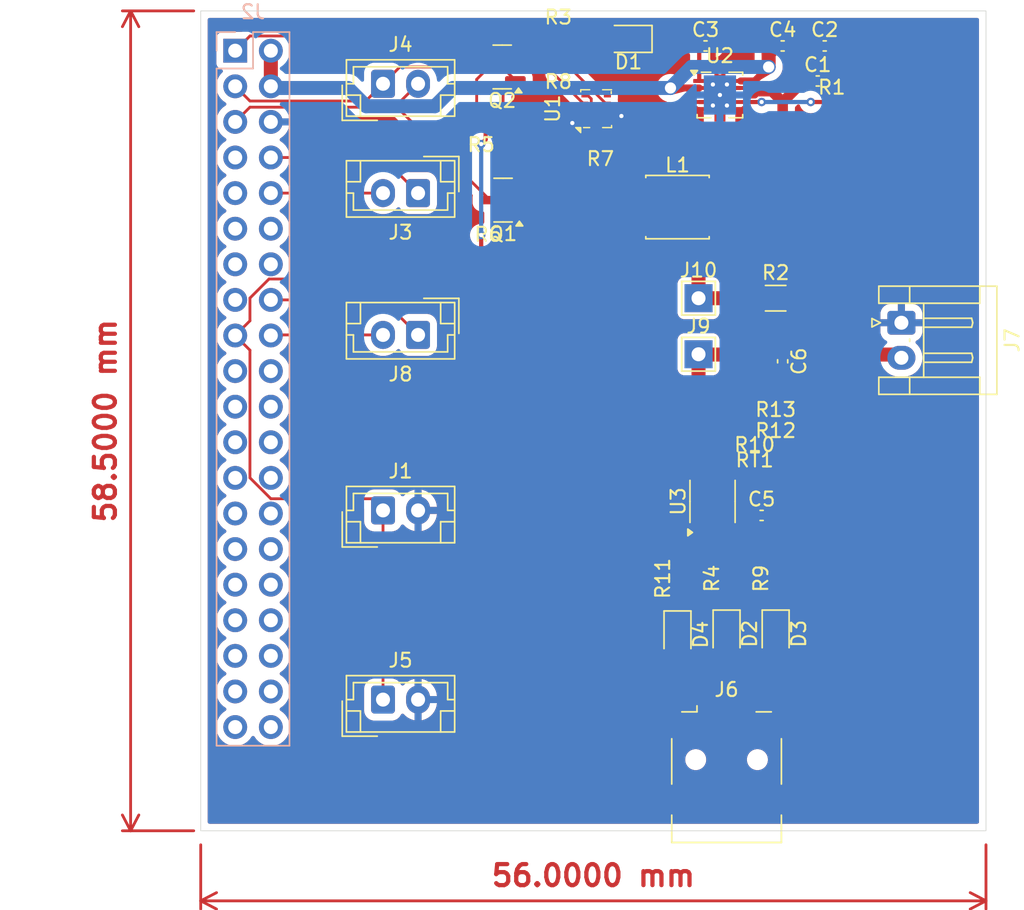
<source format=kicad_pcb>
(kicad_pcb (version 20240108) (generator "pcbnew") (generator_version "8.0")
  (layers (0 "F.Cu" signal) (31 "B.Cu" signal) (34 "B.Paste" user) (35 "F.Paste" user) (36 "B.SilkS" user "B.Silkscreen") (37 "F.SilkS" user "F.Silkscreen") (38 "B.Mask" user) (39 "F.Mask" user) (44 "Edge.Cuts" user))
  (net 0 "")
  (net 1 "Net-(U2-UVLO)")
  (net 2 "GND")
  (net 3 "Net-(U2-VAUX)")
  (net 4 "5V")
  (net 5 "VDD")
  (net 6 "Net-(D1-A)")
  (net 7 "Net-(D2-K)")
  (net 8 "Net-(D3-K)")
  (net 9 "Net-(D4-K)")
  (net 10 "VCC")
  (net 17 "/TXD")
  (net 23 "/SDI{slash}SDA")
  (net 27 "/SCK{slash}SCL")
  (net 28 "3.3V")
  (net 33 "/SEL1")
  (net 37 "/SEL2")
  (net 41 "/RXD")
  (net 50 "Net-(U2-L)")
  (net 51 "/SCK_3V")
  (net 52 "/SDI_3V")
  (net 53 "Net-(U3-STAT1)")
  (net 54 "Net-(U3-STAT2)")
  (net 55 "Net-(U3-PROG)")
  (net 56 "Net-(U3-~{PG})")
  (net 57 "Net-(R12-Pad1)")
  (net 58 "Net-(U3-THERM)")
  (net 61 "/BATT_IN_1")
  (net 62 "/BATT_IN_2")
  (footprint "Connector_USB:USB_Mini-B_Lumberg_2486_01_Horizontal" (layer "F.Cu") (at 127.5 119.925)
    (property "Reference" "J6" (at 0 -5 0) (layer "F.SilkS"))
    (property "Value" "USB_B_Mini")
    (pad "" np_thru_hole circle (at -2.2 0) (size 1 1) (drill 1) (layers "*.Cu" "*.Mask"))
    (pad "" np_thru_hole circle (at 2.2 0) (size 1 1) (drill 1) (layers "*.Cu" "*.Mask"))
    (pad "1" smd rect (at -1.6 -2.7) (size 0.5 2) (layers "F.Cu" "F.Paste" "F.Mask") (net 5 "VDD"))
    (pad "2" smd rect (at -0.8 -2.7) (size 0.5 2) (layers "F.Cu" "F.Paste" "F.Mask"))
    (pad "3" smd rect (at 0 -2.7) (size 0.5 2) (layers "F.Cu" "F.Paste" "F.Mask"))
    (pad "4" smd rect (at 0.8 -2.7) (size 0.5 2) (layers "F.Cu" "F.Paste" "F.Mask"))
    (pad "5" smd rect (at 1.6 -2.7) (size 0.5 2) (layers "F.Cu" "F.Paste" "F.Mask") (net 2 "GND"))
    (pad "6" smd rect (at -4.45 -2.6) (size 2 1.7) (layers "F.Cu" "F.Paste" "F.Mask") (net 2 "GND"))
    (pad "6" smd rect (at -4.45 2.85) (size 2 1.7) (layers "F.Cu" "F.Paste" "F.Mask") (net 2 "GND"))
    (pad "6" smd rect (at 4.45 -2.6) (size 2 1.7) (layers "F.Cu" "F.Paste" "F.Mask") (net 2 "GND"))
    (pad "6" smd rect (at 4.45 2.85) (size 2 1.7) (layers "F.Cu" "F.Paste" "F.Mask") (net 2 "GND"))
  )
  (footprint "LED_SMD:LED_0805_2012Metric" (layer "F.Cu") (at 120.5 68.5 180)
    (property "Reference" "D1" (at 0 -1.65 180) (layer "F.SilkS"))
    (property "Value" "GREEN")
    (pad "1" smd roundrect (at -0.9375 0 180) (size 0.975 1.4) (layers "F.Cu" "F.Paste" "F.Mask") (net 2 "GND"))
    (pad "2" smd roundrect (at 0.9375 0 180) (size 0.975 1.4) (layers "F.Cu" "F.Paste" "F.Mask") (net 6 "Net-(D1-A)"))
  )
  (footprint "Connector_JST:JST_EH_S2B-EH_1x02_P2.50mm_Horizontal" (layer "F.Cu") (at 139.9675 88.75 -90)
    (property "Reference" "J7" (at 1.25 -7.9 90) (layer "F.SilkS"))
    (property "Value" "BATT_IN_JST")
    (pad "1" thru_hole roundrect (at 0 0 270) (size 1.7 2) (drill 1) (layers "*.Cu" "*.Mask") (roundrect_rratio 0.147059) (net 2 "GND"))
    (pad "2" thru_hole oval (at 2.5 0 270) (size 1.7 2) (drill 1) (layers "*.Cu" "*.Mask") (net 62 "/BATT_IN_2"))
  )
  (footprint "Connector_JST:JST_EH_B2B-EH-A_1x02_P2.50mm_Vertical" (layer "F.Cu") (at 103 102.14)
    (property "Reference" "J1" (at 1.25 -2.8 0) (layer "F.SilkS"))
    (property "Value" "Conn_01x02")
    (pad "1" thru_hole roundrect (at 0 0) (size 1.7 2) (drill 1) (layers "*.Cu" "*.Mask") (roundrect_rratio 0.147059) (net 10 "VCC"))
    (pad "2" thru_hole oval (at 2.5 0) (size 1.7 2) (drill 1) (layers "*.Cu" "*.Mask") (net 2 "GND"))
  )
  (footprint "Inductor_SMD:L_Changjiang_FNR4020S" (layer "F.Cu") (at 124 80.5)
    (property "Reference" "L1" (at 0 -3 0) (layer "F.SilkS"))
    (property "Value" "4.7uH")
    (pad "1" smd rect (at -1.5 0) (size 1.1 3.7) (layers "F.Cu" "F.Paste" "F.Mask") (net 50 "Net-(U2-L)"))
    (pad "2" smd rect (at 1.5 0) (size 1.1 3.7) (layers "F.Cu" "F.Paste" "F.Mask") (net 61 "/BATT_IN_1"))
  )
  (footprint "Package_TO_SOT_SMD:SOT-23" (layer "F.Cu") (at 111.5 70.5 180)
    (property "Reference" "Q2" (at 0 -2.4 180) (layer "F.SilkS"))
    (property "Value" "BSS138")
    (pad "1" smd roundrect (at -0.9375 -0.95 180) (size 1.475 0.6) (layers "F.Cu" "F.Paste" "F.Mask") (net 28 "3.3V"))
    (pad "2" smd roundrect (at -0.9375 0.95 180) (size 1.475 0.6) (layers "F.Cu" "F.Paste" "F.Mask") (net 52 "/SDI_3V"))
    (pad "3" smd roundrect (at 0.9375 0 180) (size 1.475 0.6) (layers "F.Cu" "F.Paste" "F.Mask") (net 23 "/SDI{slash}SDA"))
  )
  (footprint "Resistor_SMD:R_0201_0603Metric" (layer "F.Cu") (at 129.5 98.5)
    (property "Reference" "R10" (at 0 -1.05 0) (layer "F.SilkS"))
    (property "Value" "2K")
    (pad "1" smd roundrect (at -0.32 0) (size 0.46 0.4) (layers "F.Cu" "F.Mask") (net 55 "Net-(U3-PROG)"))
    (pad "2" smd roundrect (at 0.32 0) (size 0.46 0.4) (layers "F.Cu" "F.Mask") (net 2 "GND"))
  )
  (footprint "TestPoint:TestPoint_THTPad_2.0x2.0mm_Drill1.0mm" (layer "F.Cu") (at 125.5 91)
    (property "Reference" "J9" (at 0 -1.998 0) (layer "F.SilkS"))
    (property "Value" "Conn_01x01_Socket")
    (pad "1" thru_hole rect (at 0 0) (size 2 2) (drill 1) (layers "*.Cu" "*.Mask") (net 62 "/BATT_IN_2"))
  )
  (footprint "LED_SMD:LED_0805_2012Metric" (layer "F.Cu") (at 127.5 110.9375 -90)
    (property "Reference" "D2" (at 0 -1.65 90) (layer "F.SilkS"))
    (property "Value" "ORANGE")
    (pad "1" smd roundrect (at -0.9375 0 270) (size 0.975 1.4) (layers "F.Cu" "F.Paste" "F.Mask") (net 7 "Net-(D2-K)"))
    (pad "2" smd roundrect (at 0.9375 0 270) (size 0.975 1.4) (layers "F.Cu" "F.Paste" "F.Mask") (net 5 "VDD"))
  )
  (footprint "TestPoint:TestPoint_THTPad_2.0x2.0mm_Drill1.0mm" (layer "F.Cu") (at 125.5 87)
    (property "Reference" "J10" (at 0 -1.998 0) (layer "F.SilkS"))
    (property "Value" "Conn_01x01_Socket")
    (pad "1" thru_hole rect (at 0 0) (size 2 2) (drill 1) (layers "*.Cu" "*.Mask") (net 61 "/BATT_IN_1"))
  )
  (footprint "Resistor_SMD:R_0201_0603Metric" (layer "F.Cu") (at 110 75 180)
    (property "Reference" "R5" (at 0 -1.05 180) (layer "F.SilkS"))
    (property "Value" "10K")
    (pad "1" smd roundrect (at -0.32 0 180) (size 0.46 0.4) (layers "F.Cu" "F.Mask") (net 10 "VCC"))
    (pad "2" smd roundrect (at 0.32 0 180) (size 0.46 0.4) (layers "F.Cu" "F.Mask") (net 23 "/SDI{slash}SDA"))
  )
  (footprint "LED_SMD:LED_0805_2012Metric" (layer "F.Cu") (at 131 110.9375 -90)
    (property "Reference" "D3" (at 0 -1.65 90) (layer "F.SilkS"))
    (property "Value" "GREEN")
    (pad "1" smd roundrect (at -0.9375 0 270) (size 0.975 1.4) (layers "F.Cu" "F.Paste" "F.Mask") (net 8 "Net-(D3-K)"))
    (pad "2" smd roundrect (at 0.9375 0 270) (size 0.975 1.4) (layers "F.Cu" "F.Paste" "F.Mask") (net 5 "VDD"))
  )
  (footprint "Resistor_SMD:R_0201_0603Metric" (layer "F.Cu") (at 135 73)
    (property "Reference" "R1" (at 0 -1.05 0) (layer "F.SilkS"))
    (property "Value" "250K")
    (pad "1" smd roundrect (at -0.32 0) (size 0.46 0.4) (layers "F.Cu" "F.Mask") (net 1 "Net-(U2-UVLO)"))
    (pad "2" smd roundrect (at 0.32 0) (size 0.46 0.4) (layers "F.Cu" "F.Mask") (net 2 "GND"))
  )
  (footprint "Resistor_SMD:R_0201_0603Metric" (layer "F.Cu") (at 110.5 83.5)
    (property "Reference" "R6" (at 0 -1.05 0) (layer "F.SilkS"))
    (property "Value" "10K")
    (pad "1" smd roundrect (at -0.32 0) (size 0.46 0.4) (layers "F.Cu" "F.Mask") (net 10 "VCC"))
    (pad "2" smd roundrect (at 0.32 0) (size 0.46 0.4) (layers "F.Cu" "F.Mask") (net 27 "/SCK{slash}SCL"))
  )
  (footprint "Resistor_SMD:R_0201_0603Metric" (layer "F.Cu") (at 115.5 70.5 180)
    (property "Reference" "R8" (at 0 -1.05 180) (layer "F.SilkS"))
    (property "Value" "10K")
    (pad "1" smd roundrect (at -0.32 0 180) (size 0.46 0.4) (layers "F.Cu" "F.Mask") (net 28 "3.3V"))
    (pad "2" smd roundrect (at 0.32 0 180) (size 0.46 0.4) (layers "F.Cu" "F.Mask") (net 52 "/SDI_3V"))
  )
  (footprint "Capacitor_SMD:C_0402_1005Metric" (layer "F.Cu") (at 134.5 69)
    (property "Reference" "C2" (at 0 -1.16 0) (layer "F.SilkS"))
    (property "Value" "10uF")
    (pad "1" smd roundrect (at -0.48 0) (size 0.56 0.62) (layers "F.Cu" "F.Paste" "F.Mask") (net 61 "/BATT_IN_1"))
    (pad "2" smd roundrect (at 0.48 0) (size 0.56 0.62) (layers "F.Cu" "F.Paste" "F.Mask") (net 2 "GND"))
  )
  (footprint "Resistor_SMD:R_0201_0603Metric" (layer "F.Cu") (at 124 107 90)
    (property "Reference" "R11" (at 0 -1.05 -90) (layer "F.SilkS"))
    (property "Value" "1K")
    (pad "1" smd roundrect (at -0.32 0 90) (size 0.46 0.4) (layers "F.Cu" "F.Mask") (net 9 "Net-(D4-K)"))
    (pad "2" smd roundrect (at 0.32 0 90) (size 0.46 0.4) (layers "F.Cu" "F.Mask") (net 56 "Net-(U3-~{PG})"))
  )
  (footprint "Package_SO:MSOP-10_3x3mm_P0.5mm" (layer "F.Cu") (at 126.5 101.5 90)
    (property "Reference" "U3" (at 0 -2.45 -90) (layer "F.SilkS"))
    (property "Value" "MCP73833-xxx-UN")
    (pad "1" smd roundrect (at -2.1125 -1 90) (size 1.625 0.35) (layers "F.Cu" "F.Paste" "F.Mask") (net 5 "VDD"))
    (pad "2" smd roundrect (at -2.1125 -0.5 90) (size 1.625 0.35) (layers "F.Cu" "F.Paste" "F.Mask") (net 5 "VDD"))
    (pad "3" smd roundrect (at -2.1125 0 90) (size 1.625 0.35) (layers "F.Cu" "F.Paste" "F.Mask") (net 53 "Net-(U3-STAT1)"))
    (pad "4" smd roundrect (at -2.1125 0.5 90) (size 1.625 0.35) (layers "F.Cu" "F.Paste" "F.Mask") (net 54 "Net-(U3-STAT2)"))
    (pad "5" smd roundrect (at -2.1125 1 90) (size 1.625 0.35) (layers "F.Cu" "F.Paste" "F.Mask") (net 2 "GND"))
    (pad "6" smd roundrect (at 2.1125 1 90) (size 1.625 0.35) (layers "F.Cu" "F.Paste" "F.Mask") (net 55 "Net-(U3-PROG)"))
    (pad "7" smd roundrect (at 2.1125 0.5 90) (size 1.625 0.35) (layers "F.Cu" "F.Paste" "F.Mask") (net 56 "Net-(U3-~{PG})"))
    (pad "8" smd roundrect (at 2.1125 0 90) (size 1.625 0.35) (layers "F.Cu" "F.Paste" "F.Mask") (net 58 "Net-(U3-THERM)"))
    (pad "9" smd roundrect (at 2.1125 -0.5 90) (size 1.625 0.35) (layers "F.Cu" "F.Paste" "F.Mask") (net 62 "/BATT_IN_2"))
    (pad "10" smd roundrect (at 2.1125 -1 90) (size 1.625 0.35) (layers "F.Cu" "F.Paste" "F.Mask") (net 62 "/BATT_IN_2"))
  )
  (footprint "Resistor_SMD:R_0201_0603Metric" (layer "F.Cu") (at 127.5 107 90)
    (property "Reference" "R4" (at 0 -1.05 -90) (layer "F.SilkS"))
    (property "Value" "1K")
    (pad "1" smd roundrect (at -0.32 0 90) (size 0.46 0.4) (layers "F.Cu" "F.Mask") (net 7 "Net-(D2-K)"))
    (pad "2" smd roundrect (at 0.32 0 90) (size 0.46 0.4) (layers "F.Cu" "F.Mask") (net 53 "Net-(U3-STAT1)"))
  )
  (footprint "LED_SMD:LED_0805_2012Metric" (layer "F.Cu") (at 124 111 -90)
    (property "Reference" "D4" (at 0 -1.65 90) (layer "F.SilkS"))
    (property "Value" "RED")
    (pad "1" smd roundrect (at -0.9375 0 270) (size 0.975 1.4) (layers "F.Cu" "F.Paste" "F.Mask") (net 9 "Net-(D4-K)"))
    (pad "2" smd roundrect (at 0.9375 0 270) (size 0.975 1.4) (layers "F.Cu" "F.Paste" "F.Mask") (net 5 "VDD"))
  )
  (footprint "Capacitor_SMD:C_0402_1005Metric" (layer "F.Cu") (at 130 102.5)
    (property "Reference" "C5" (at 0 -1.16 0) (layer "F.SilkS"))
    (property "Value" "10uF")
    (pad "1" smd roundrect (at -0.48 0) (size 0.56 0.62) (layers "F.Cu" "F.Paste" "F.Mask") (net 5 "VDD"))
    (pad "2" smd roundrect (at 0.48 0) (size 0.56 0.62) (layers "F.Cu" "F.Paste" "F.Mask") (net 2 "GND"))
  )
  (footprint "Connector_JST:JST_EH_B2B-EH-A_1x02_P2.50mm_Vertical" (layer "F.Cu") (at 103 71.7)
    (property "Reference" "J4" (at 1.25 -2.8 0) (layer "F.SilkS"))
    (property "Value" "Conn_01x02")
    (pad "1" thru_hole roundrect (at 0 0) (size 1.7 2) (drill 1) (layers "*.Cu" "*.Mask") (roundrect_rratio 0.147059) (net 23 "/SDI{slash}SDA"))
    (pad "2" thru_hole oval (at 2.5 0) (size 1.7 2) (drill 1) (layers "*.Cu" "*.Mask") (net 27 "/SCK{slash}SCL"))
  )
  (footprint "Connector_JST:JST_EH_B2B-EH-A_1x02_P2.50mm_Vertical" (layer "F.Cu") (at 105.5 79.5 180)
    (property "Reference" "J3" (at 1.25 -2.8 180) (layer "F.SilkS"))
    (property "Value" "Conn_01x02")
    (pad "1" thru_hole roundrect (at 0 0 180) (size 1.7 2) (drill 1) (layers "*.Cu" "*.Mask") (roundrect_rratio 0.147059) (net 17 "/TXD"))
    (pad "2" thru_hole oval (at 2.5 0 180) (size 1.7 2) (drill 1) (layers "*.Cu" "*.Mask") (net 41 "/RXD"))
  )
  (footprint "Capacitor_SMD:C_0402_1005Metric" (layer "F.Cu") (at 134 71.5)
    (property "Reference" "C1" (at 0 -1.16 0) (layer "F.SilkS"))
    (property "Value" "0.1uF")
    (pad "1" smd roundrect (at -0.48 0) (size 0.56 0.62) (layers "F.Cu" "F.Paste" "F.Mask") (net 61 "/BATT_IN_1"))
    (pad "2" smd roundrect (at 0.48 0) (size 0.56 0.62) (layers "F.Cu" "F.Paste" "F.Mask") (net 1 "Net-(U2-UVLO)"))
  )
  (footprint "Connector_JST:JST_EH_B2B-EH-A_1x02_P2.50mm_Vertical" (layer "F.Cu") (at 103 115.64)
    (property "Reference" "J5" (at 1.25 -2.8 0) (layer "F.SilkS"))
    (property "Value" "Conn_01x02")
    (pad "1" thru_hole roundrect (at 0 0) (size 1.7 2) (drill 1) (layers "*.Cu" "*.Mask") (roundrect_rratio 0.147059) (net 10 "VCC"))
    (pad "2" thru_hole oval (at 2.5 0) (size 1.7 2) (drill 1) (layers "*.Cu" "*.Mask") (net 2 "GND"))
  )
  (footprint "Connector_JST:JST_EH_B2B-EH-A_1x02_P2.50mm_Vertical" (layer "F.Cu") (at 105.5 89.62 180)
    (property "Reference" "J8" (at 1.25 -2.8 180) (layer "F.SilkS"))
    (property "Value" "Conn_01x02" (hide yes))
    (pad "1" thru_hole roundrect (at 0 0 180) (size 1.7 2) (drill 1) (layers "*.Cu" "*.Mask") (roundrect_rratio 0.147059) (net 33 "/SEL1"))
    (pad "2" thru_hole oval (at 2.5 0 180) (size 1.7 2) (drill 1) (layers "*.Cu" "*.Mask") (net 37 "/SEL2"))
  )
  (footprint "Capacitor_SMD:C_0402_1005Metric" (layer "F.Cu") (at 131.5 69)
    (property "Reference" "C4" (at 0 -1.16 0) (layer "F.SilkS"))
    (property "Value" "22uF")
    (pad "1" smd roundrect (at -0.48 0) (size 0.56 0.62) (layers "F.Cu" "F.Paste" "F.Mask") (net 4 "5V"))
    (pad "2" smd roundrect (at 0.48 0) (size 0.56 0.62) (layers "F.Cu" "F.Paste" "F.Mask") (net 2 "GND"))
  )
  (footprint "Resistor_SMD:R_0201_0603Metric" (layer "F.Cu") (at 131 96)
    (property "Reference" "R13" (at 0 -1.05 0) (layer "F.SilkS"))
    (property "Value" "150K")
    (pad "1" smd roundrect (at -0.32 0) (size 0.46 0.4) (layers "F.Cu" "F.Mask") (net 57 "Net-(R12-Pad1)"))
    (pad "2" smd roundrect (at 0.32 0) (size 0.46 0.4) (layers "F.Cu" "F.Mask") (net 2 "GND"))
  )
  (footprint "Package_SON:Texas_S-PVSON-N10_ThermalVias" (layer "F.Cu") (at 127.025 72.5)
    (property "Reference" "U2" (at 0 -2.8 0) (layer "F.SilkS"))
    (property "Value" "TPS61202DRC")
    (pad "1" smd rect (at -1.76 -1) (size 0.28 0.28) (layers "F.Cu" "F.Paste" "F.Mask") (net 3 "Net-(U2-VAUX)"))
    (pad "1" smd oval (at -1.475 -1) (size 0.85 0.28) (layers "F.Cu" "F.Paste" "F.Mask") (net 3 "Net-(U2-VAUX)"))
    (pad "2" smd rect (at -1.76 -0.5) (size 0.28 0.28) (layers "F.Cu" "F.Paste" "F.Mask") (net 4 "5V"))
    (pad "2" smd oval (at -1.475 -0.5) (size 0.85 0.28) (layers "F.Cu" "F.Paste" "F.Mask") (net 4 "5V"))
    (pad "3" smd rect (at -1.76 0) (size 0.28 0.28) (layers "F.Cu" "F.Paste" "F.Mask") (net 50 "Net-(U2-L)"))
    (pad "3" smd oval (at -1.475 0) (size 0.85 0.28) (layers "F.Cu" "F.Paste" "F.Mask") (net 50 "Net-(U2-L)"))
    (pad "4" smd rect (at -1.76 0.5) (size 0.28 0.28) (layers "F.Cu" "F.Paste" "F.Mask") (net 2 "GND"))
    (pad "4" smd oval (at -1.475 0.5) (size 0.85 0.28) (layers "F.Cu" "F.Paste" "F.Mask") (net 2 "GND"))
    (pad "5" smd rect (at -1.76 1) (size 0.28 0.28) (layers "F.Cu" "F.Paste" "F.Mask") (net 61 "/BATT_IN_1"))
    (pad "5" smd oval (at -1.475 1) (size 0.85 0.28) (layers "F.Cu" "F.Paste" "F.Mask") (net 61 "/BATT_IN_1"))
    (pad "6" smd oval (at 1.475 1) (size 0.85 0.28) (layers "F.Cu" "F.Paste" "F.Mask") (net 61 "/BATT_IN_1"))
    (pad "6" smd rect (at 1.76 1) (size 0.28 0.28) (layers "F.Cu" "F.Paste" "F.Mask") (net 61 "/BATT_IN_1"))
    (pad "7" smd oval (at 1.475 0.5) (size 0.85 0.28) (layers "F.Cu" "F.Paste" "F.Mask") (net 1 "Net-(U2-UVLO)"))
    (pad "7" smd rect (at 1.76 0.5) (size 0.28 0.28) (layers "F.Cu" "F.Paste" "F.Mask") (net 1 "Net-(U2-UVLO)"))
    (pad "8" smd oval (at 1.475 0) (size 0.85 0.28) (layers "F.Cu" "F.Paste" "F.Mask") (net 61 "/BATT_IN_1"))
    (pad "8" smd rect (at 1.76 0) (size 0.28 0.28) (layers "F.Cu" "F.Paste" "F.Mask") (net 61 "/BATT_IN_1"))
    (pad "9" smd oval (at 1.475 -0.5) (size 0.85 0.28) (layers "F.Cu" "F.Paste" "F.Mask") (net 2 "GND"))
    (pad "9" smd rect (at 1.76 -0.5) (size 0.28 0.28) (layers "F.Cu" "F.Paste" "F.Mask") (net 2 "GND"))
    (pad "10" smd oval (at 1.475 -1) (size 0.85 0.28) (layers "F.Cu" "F.Paste" "F.Mask") (net 4 "5V"))
    (pad "10" smd rect (at 1.76 -1) (size 0.28 0.28) (layers "F.Cu" "F.Paste" "F.Mask") (net 4 "5V"))
    (pad "11" thru_hole circle (at -0.5 -0.75) (size 0.6 0.6) (drill 0.3) (layers "*.Cu" "*.Mask") (net 2 "GND"))
    (pad "11" thru_hole circle (at -0.5 0.75) (size 0.6 0.6) (drill 0.3) (layers "*.Cu" "*.Mask") (net 2 "GND"))
    (pad "11" smd rect (at -0.45 -0.635) (size 0.68 1.05) (layers "F.Cu" "F.Paste" "F.Mask") (net 2 "GND"))
    (pad "11" smd rect (at -0.45 0.635) (size 0.68 1.05) (layers "F.Cu" "F.Paste" "F.Mask") (net 2 "GND"))
    (pad "11" smd rect (at -0.25 -1.63) (size 0.26 0.5) (layers "F.Cu" "F.Paste" "F.Mask") (net 2 "GND"))
    (pad "11" smd rect (at -0.25 -1.55) (size 0.28 0.7) (layers "F.Cu" "F.Mask") (net 2 "GND"))
    (pad "11" smd rect (at -0.25 1.55) (size 0.28 0.7) (layers "F.Cu" "F.Mask") (net 2 "GND"))
    (pad "11" smd rect (at -0.25 1.63) (size 0.26 0.5) (layers "F.Cu" "F.Paste" "F.Mask") (net 2 "GND"))
    (pad "11" thru_hole circle (at 0 0) (size 0.6 0.6) (drill 0.3) (layers "*.Cu" "*.Mask") (net 2 "GND"))
    (pad "11" smd rect (at 0 0) (size 1.65 2.4) (layers "F.Cu" "F.Mask") (net 2 "GND"))
    (pad "11" smd rect (at 0 0) (size 2.3 2.8) (layers "B.Cu") (net 2 "GND"))
    (pad "11" smd rect (at 0.25 -1.63) (size 0.26 0.5) (layers "F.Cu" "F.Paste" "F.Mask") (net 2 "GND"))
    (pad "11" smd rect (at 0.25 -1.55) (size 0.28 0.7) (layers "F.Cu" "F.Mask") (net 2 "GND"))
    (pad "11" smd rect (at 0.25 1.55) (size 0.28 0.7) (layers "F.Cu" "F.Mask") (net 2 "GND"))
    (pad "11" smd rect (at 0.25 1.63) (size 0.26 0.5) (layers "F.Cu" "F.Paste" "F.Mask") (net 2 "GND"))
    (pad "11" smd rect (at 0.45 -0.635) (size 0.68 1.05) (layers "F.Cu" "F.Paste" "F.Mask") (net 2 "GND"))
    (pad "11" smd rect (at 0.45 0.635) (size 0.68 1.05) (layers "F.Cu" "F.Paste" "F.Mask") (net 2 "GND"))
    (pad "11" thru_hole circle (at 0.5 -0.75) (size 0.6 0.6) (drill 0.3) (layers "*.Cu" "*.Mask") (net 2 "GND"))
    (pad "11" thru_hole circle (at 0.5 0.75) (size 0.6 0.6) (drill 0.3) (layers "*.Cu" "*.Mask") (net 2 "GND"))
  )
  (footprint "Package_LGA:Bosch_LGA-8_2x2.5mm_P0.65mm_ClockwisePinNumbering" (layer "F.Cu") (at 118.2 73.475 90)
    (property "Reference" "U1" (at 0 -3.1 -90) (layer "F.SilkS"))
    (property "Value" "BMP280")
    (pad "1" smd rect (at -0.975 -0.8 180) (size 0.5 0.35) (layers "F.Cu" "F.Paste" "F.Mask") (net 2 "GND"))
    (pad "2" smd rect (at -0.325 -0.8 180) (size 0.5 0.35) (layers "F.Cu" "F.Paste" "F.Mask"))
    (pad "3" smd rect (at 0.325 -0.8 180) (size 0.5 0.35) (layers "F.Cu" "F.Paste" "F.Mask") (net 52 "/SDI_3V"))
    (pad "4" smd rect (at 0.975 -0.8 180) (size 0.5 0.35) (layers "F.Cu" "F.Paste" "F.Mask") (net 51 "/SCK_3V"))
    (pad "5" smd rect (at 0.975 0.8 180) (size 0.5 0.35) (layers "F.Cu" "F.Paste" "F.Mask"))
    (pad "6" smd rect (at 0.325 0.8 180) (size 0.5 0.35) (layers "F.Cu" "F.Paste" "F.Mask") (net 28 "3.3V"))
    (pad "7" smd rect (at -0.325 0.8 180) (size 0.5 0.35) (layers "F.Cu" "F.Paste" "F.Mask") (net 2 "GND"))
    (pad "8" smd rect (at -0.975 0.8 180) (size 0.5 0.35) (layers "F.Cu" "F.Paste" "F.Mask") (net 28 "3.3V"))
  )
  (footprint "Resistor_SMD:R_0201_0603Metric" (layer "F.Cu") (at 131 107 90)
    (property "Reference" "R9" (at 0 -1.05 -90) (layer "F.SilkS"))
    (property "Value" "1K")
    (pad "1" smd roundrect (at -0.32 0 90) (size 0.46 0.4) (layers "F.Cu" "F.Mask") (net 8 "Net-(D3-K)"))
    (pad "2" smd roundrect (at 0.32 0 90) (size 0.46 0.4) (layers "F.Cu" "F.Mask") (net 54 "Net-(U3-STAT2)"))
  )
  (footprint "Resistor_SMD:R_0201_0603Metric" (layer "F.Cu") (at 131 97.5)
    (property "Reference" "R12" (at 0 -1.05 0) (layer "F.SilkS"))
    (property "Value" "10K")
    (pad "1" smd roundrect (at -0.32 0) (size 0.46 0.4) (layers "F.Cu" "F.Mask") (net 57 "Net-(R12-Pad1)"))
    (pad "2" smd roundrect (at 0.32 0) (size 0.46 0.4) (layers "F.Cu" "F.Mask") (net 2 "GND"))
  )
  (footprint "Capacitor_SMD:C_0402_1005Metric" (layer "F.Cu") (at 131.5 91.5 -90)
    (property "Reference" "C6" (at 0 -1.16 90) (layer "F.SilkS"))
    (property "Value" "10uF")
    (pad "1" smd roundrect (at -0.48 0 270) (size 0.56 0.62) (layers "F.Cu" "F.Paste" "F.Mask") (net 62 "/BATT_IN_2"))
    (pad "2" smd roundrect (at 0.48 0 270) (size 0.56 0.62) (layers "F.Cu" "F.Paste" "F.Mask") (net 2 "GND"))
  )
  (footprint "Resistor_SMD:R_1206_3216Metric" (layer "F.Cu") (at 131 87)
    (property "Reference" "R2" (at 0 -1.82 0) (layer "F.SilkS"))
    (property "Value" "3.3M")
    (pad "1" smd roundrect (at -1.4625 0) (size 1.125 1.75) (layers "F.Cu" "F.Paste" "F.Mask") (roundrect_rratio 0.222222) (net 61 "/BATT_IN_1"))
    (pad "2" smd roundrect (at 1.4625 0) (size 1.125 1.75) (layers "F.Cu" "F.Paste" "F.Mask") (roundrect_rratio 0.222222) (net 1 "Net-(U2-UVLO)"))
  )
  (footprint "Package_TO_SOT_SMD:SOT-23" (layer "F.Cu") (at 111.5625 80 180)
    (property "Reference" "Q1" (at 0 -2.4 180) (layer "F.SilkS"))
    (property "Value" "BSS138")
    (pad "1" smd roundrect (at -0.9375 -0.95 180) (size 1.475 0.6) (layers "F.Cu" "F.Paste" "F.Mask") (net 28 "3.3V"))
    (pad "2" smd roundrect (at -0.9375 0.95 180) (size 1.475 0.6) (layers "F.Cu" "F.Paste" "F.Mask") (net 51 "/SCK_3V"))
    (pad "3" smd roundrect (at 0.9375 0 180) (size 1.475 0.6) (layers "F.Cu" "F.Paste" "F.Mask") (net 27 "/SCK{slash}SCL"))
  )
  (footprint "Resistor_SMD:R_0201_0603Metric" (layer "F.Cu") (at 118.5 76 180)
    (property "Reference" "R7" (at 0 -1.05 180) (layer "F.SilkS"))
    (property "Value" "10K")
    (pad "1" smd roundrect (at -0.32 0 180) (size 0.46 0.4) (layers "F.Cu" "F.Mask") (net 28 "3.3V"))
    (pad "2" smd roundrect (at 0.32 0 180) (size 0.46 0.4) (layers "F.Cu" "F.Mask") (net 51 "/SCK_3V"))
  )
  (footprint "Resistor_SMD:R_0201_0603Metric" (layer "F.Cu") (at 115.5 68)
    (property "Reference" "R3" (at 0 -1.05 0) (layer "F.SilkS"))
    (property "Value" "10K")
    (pad "1" smd roundrect (at -0.32 0) (size 0.46 0.4) (layers "F.Cu" "F.Mask") (net 28 "3.3V"))
    (pad "2" smd roundrect (at 0.32 0) (size 0.46 0.4) (layers "F.Cu" "F.Mask") (net 6 "Net-(D1-A)"))
  )
  (footprint "Capacitor_SMD:C_0402_1005Metric" (layer "F.Cu") (at 126 69)
    (property "Reference" "C3" (at 0 -1.16 0) (layer "F.SilkS"))
    (property "Value" "0.1uF")
    (pad "1" smd roundrect (at -0.48 0) (size 0.56 0.62) (layers "F.Cu" "F.Paste" "F.Mask") (net 3 "Net-(U2-VAUX)"))
    (pad "2" smd roundrect (at 0.48 0) (size 0.56 0.62) (layers "F.Cu" "F.Paste" "F.Mask") (net 2 "GND"))
  )
  (footprint "Resistor_SMD:R_0201_0603Metric" (layer "F.Cu") (at 129.5 97.5 180)
    (property "Reference" "RT1" (at 0 -1.05 180) (layer "F.SilkS"))
    (property "Value" "1K")
    (pad "1" smd roundrect (at -0.32 0 180) (size 0.46 0.4) (layers "F.Cu" "F.Mask") (net 57 "Net-(R12-Pad1)"))
    (pad "2" smd roundrect (at 0.32 0 180) (size 0.46 0.4) (layers "F.Cu" "F.Mask") (net 58 "Net-(U3-THERM)"))
  )
  (footprint "Connector_PinSocket_2.54mm:PinSocket_2x20_P2.54mm_Vertical" (layer "B.Cu") (at 92.46 69.34 180)
    (property "Reference" "J2" (at -1.27 2.77 180) (layer "B.SilkS") (effects (justify mirror)))
    (property "Value" "Conn_02x20_Odd_Even")
    (pad "1" thru_hole rect (at 0 0 180) (size 1.7 1.7) (drill 1) (layers "*.Cu" "*.Mask") (net 28 "3.3V"))
    (pad "2" thru_hole oval (at -2.54 0 180) (size 1.7 1.7) (drill 1) (layers "*.Cu" "*.Mask") (net 4 "5V"))
    (pad "3" thru_hole oval (at 0 -2.54 180) (size 1.7 1.7) (drill 1) (layers "*.Cu" "*.Mask") (net 23 "/SDI{slash}SDA"))
    (pad "4" thru_hole oval (at -2.54 -2.54 180) (size 1.7 1.7) (drill 1) (layers "*.Cu" "*.Mask") (net 4 "5V"))
    (pad "5" thru_hole oval (at 0 -5.08 180) (size 1.7 1.7) (drill 1) (layers "*.Cu" "*.Mask") (net 27 "/SCK{slash}SCL"))
    (pad "6" thru_hole oval (at -2.54 -5.08 180) (size 1.7 1.7) (drill 1) (layers "*.Cu" "*.Mask") (net 2 "GND"))
    (pad "7" thru_hole oval (at 0 -7.62 180) (size 1.7 1.7) (drill 1) (layers "*.Cu" "*.Mask"))
    (pad "8" thru_hole oval (at -2.54 -7.62 180) (size 1.7 1.7) (drill 1) (layers "*.Cu" "*.Mask") (net 17 "/TXD"))
    (pad "9" thru_hole oval (at 0 -10.16 180) (size 1.7 1.7) (drill 1) (layers "*.Cu" "*.Mask"))
    (pad "10" thru_hole oval (at -2.54 -10.16 180) (size 1.7 1.7) (drill 1) (layers "*.Cu" "*.Mask") (net 41 "/RXD"))
    (pad "11" thru_hole oval (at 0 -12.7 180) (size 1.7 1.7) (drill 1) (layers "*.Cu" "*.Mask"))
    (pad "12" thru_hole oval (at -2.54 -12.7 180) (size 1.7 1.7) (drill 1) (layers "*.Cu" "*.Mask"))
    (pad "13" thru_hole oval (at 0 -15.24 180) (size 1.7 1.7) (drill 1) (layers "*.Cu" "*.Mask"))
    (pad "14" thru_hole oval (at -2.54 -15.24 180) (size 1.7 1.7) (drill 1) (layers "*.Cu" "*.Mask"))
    (pad "15" thru_hole oval (at 0 -17.78 180) (size 1.7 1.7) (drill 1) (layers "*.Cu" "*.Mask"))
    (pad "16" thru_hole oval (at -2.54 -17.78 180) (size 1.7 1.7) (drill 1) (layers "*.Cu" "*.Mask") (net 33 "/SEL1"))
    (pad "17" thru_hole oval (at 0 -20.32 180) (size 1.7 1.7) (drill 1) (layers "*.Cu" "*.Mask") (net 10 "VCC"))
    (pad "18" thru_hole oval (at -2.54 -20.32 180) (size 1.7 1.7) (drill 1) (layers "*.Cu" "*.Mask") (net 37 "/SEL2"))
    (pad "19" thru_hole oval (at 0 -22.86 180) (size 1.7 1.7) (drill 1) (layers "*.Cu" "*.Mask"))
    (pad "20" thru_hole oval (at -2.54 -22.86 180) (size 1.7 1.7) (drill 1) (layers "*.Cu" "*.Mask"))
    (pad "21" thru_hole oval (at 0 -25.4 180) (size 1.7 1.7) (drill 1) (layers "*.Cu" "*.Mask"))
    (pad "22" thru_hole oval (at -2.54 -25.4 180) (size 1.7 1.7) (drill 1) (layers "*.Cu" "*.Mask"))
    (pad "23" thru_hole oval (at 0 -27.94 180) (size 1.7 1.7) (drill 1) (layers "*.Cu" "*.Mask"))
    (pad "24" thru_hole oval (at -2.54 -27.94 180) (size 1.7 1.7) (drill 1) (layers "*.Cu" "*.Mask"))
    (pad "25" thru_hole oval (at 0 -30.48 180) (size 1.7 1.7) (drill 1) (layers "*.Cu" "*.Mask"))
    (pad "26" thru_hole oval (at -2.54 -30.48 180) (size 1.7 1.7) (drill 1) (layers "*.Cu" "*.Mask"))
    (pad "27" thru_hole oval (at 0 -33.02 180) (size 1.7 1.7) (drill 1) (layers "*.Cu" "*.Mask"))
    (pad "28" thru_hole oval (at -2.54 -33.02 180) (size 1.7 1.7) (drill 1) (layers "*.Cu" "*.Mask"))
    (pad "29" thru_hole oval (at 0 -35.56 180) (size 1.7 1.7) (drill 1) (layers "*.Cu" "*.Mask"))
    (pad "30" thru_hole oval (at -2.54 -35.56 180) (size 1.7 1.7) (drill 1) (layers "*.Cu" "*.Mask"))
    (pad "31" thru_hole oval (at 0 -38.1 180) (size 1.7 1.7) (drill 1) (layers "*.Cu" "*.Mask"))
    (pad "32" thru_hole oval (at -2.54 -38.1 180) (size 1.7 1.7) (drill 1) (layers "*.Cu" "*.Mask"))
    (pad "33" thru_hole oval (at 0 -40.64 180) (size 1.7 1.7) (drill 1) (layers "*.Cu" "*.Mask"))
    (pad "34" thru_hole oval (at -2.54 -40.64 180) (size 1.7 1.7) (drill 1) (layers "*.Cu" "*.Mask"))
    (pad "35" thru_hole oval (at 0 -43.18 180) (size 1.7 1.7) (drill 1) (layers "*.Cu" "*.Mask"))
    (pad "36" thru_hole oval (at -2.54 -43.18 180) (size 1.7 1.7) (drill 1) (layers "*.Cu" "*.Mask"))
    (pad "37" thru_hole oval (at 0 -45.72 180) (size 1.7 1.7) (drill 1) (layers "*.Cu" "*.Mask"))
    (pad "38" thru_hole oval (at -2.54 -45.72 180) (size 1.7 1.7) (drill 1) (layers "*.Cu" "*.Mask"))
    (pad "39" thru_hole oval (at 0 -48.26 180) (size 1.7 1.7) (drill 1) (layers "*.Cu" "*.Mask"))
    (pad "40" thru_hole oval (at -2.54 -48.26 180) (size 1.7 1.7) (drill 1) (layers "*.Cu" "*.Mask"))
  )
  (gr_rect (start 90 66.5) (end 146 125) (stroke (width 0.05)) (fill none) (layer "Edge.Cuts"))
  (dimension (type aligned) (layer "F.Cu") (pts (xy 90 125) (xy 90 66.5)) (height -5) (gr_text "58.5000 mm" (at 83.2 95.75 90) (layer "F.Cu") (effects (font (size 1.5 1.5) (thickness 0.3)))) (format (prefix "") (suffix "") (units 3) (units_format 1) (precision 4)) (style (thickness 0.2) (arrow_length 1.27) (text_position_mode 0) (extension_height 0.58642) (extension_offset 0.5) keep_text_aligned))
  (dimension (type aligned) (layer "F.Cu") (pts (xy 90 125.5) (xy 146 125.5)) (height 4.5) (gr_text "56.0000 mm" (at 118 128.2 0) (layer "F.Cu") (effects (font (size 1.5 1.5) (thickness 0.3)))) (format (prefix "") (suffix "") (units 3) (units_format 1) (precision 4)) (style (thickness 0.2) (arrow_length 1.27) (text_position_mode 0) (extension_height 0.58642) (extension_offset 0.5) keep_text_aligned))
  (segment (start 133.5 73) (end 134.68 73) (width 0.3) (layer "F.Cu") (net 1))
  (segment (start 132.4625 87) (end 134.4625 85) (width 0.3) (layer "F.Cu") (net 1))
  (segment (start 134.4625 73.2175) (end 134.68 73) (width 0.3) (layer "F.Cu") (net 1))
  (segment (start 134.68 71.7) (end 134.48 71.5) (width 0.3) (layer "F.Cu") (net 1))
  (segment (start 134.4625 85) (end 134.4625 73.2175) (width 0.3) (layer "F.Cu") (net 1))
  (segment (start 128.785 73) (end 130 73) (width 0.3) (layer "F.Cu") (net 1))
  (segment (start 134.68 73) (end 134.68 71.7) (width 0.3) (layer "F.Cu") (net 1))
  (via (at 130 73) (size 0.6) (drill 0.3) (layers "F.Cu" "B.Cu") (net 1))
  (via (at 133.5 73) (size 0.6) (drill 0.3) (layers "F.Cu" "B.Cu") (net 1))
  (segment (start 130 73) (end 133.5 73) (width 0.3) (layer "B.Cu") (net 1))
  (segment (start 117.4 74.45) (end 116.55 74.45) (width 0.3) (layer "F.Cu") (net 2))
  (segment (start 128.5 72) (end 127.775 72) (width 0.3) (layer "F.Cu") (net 2))
  (segment (start 119.8 73.8) (end 120 74) (width 0.3) (layer "F.Cu") (net 2))
  (segment (start 127.5 103.6125) (end 129.677499 103.6125) (width 0.3) (layer "F.Cu") (net 2))
  (segment (start 127.775 72) (end 127.525 71.75) (width 0.3) (layer "F.Cu") (net 2))
  (segment (start 130.48 102.809999) (end 130.48 102.5) (width 0.3) (layer "F.Cu") (net 2))
  (segment (start 126.275 73) (end 126.525 73.25) (width 0.3) (layer "F.Cu") (net 2))
  (segment (start 125.55 73) (end 126.275 73) (width 0.3) (layer "F.Cu") (net 2))
  (segment (start 129.677499 103.6125) (end 130.48 102.809999) (width 0.3) (layer "F.Cu") (net 2))
  (segment (start 116.55 74.45) (end 116.5 74.5) (width 0.3) (layer "F.Cu") (net 2))
  (segment (start 119 73.8) (end 119.8 73.8) (width 0.3) (layer "F.Cu") (net 2))
  (segment (start 105.5 115.64) (end 105.5 102.14) (width 0.2) (layer "F.Cu") (net 2))
  (via (at 120 74) (size 0.6) (drill 0.3) (layers "F.Cu" "B.Cu") (net 2))
  (via (at 116.5 74.5) (size 0.6) (drill 0.3) (layers "F.Cu" "B.Cu") (net 2))
  (segment (start 125.55 69.03) (end 125.52 69) (width 0.3) (layer "F.Cu") (net 3))
  (segment (start 125.55 71.5) (end 125.55 69.03) (width 0.3) (layer "F.Cu") (net 3))
  (segment (start 128.5 71.5) (end 128.785 71.5) (width 0.5) (layer "F.Cu") (net 4))
  (segment (start 130.5 69.52) (end 131.02 69) (width 1) (layer "F.Cu") (net 4))
  (segment (start 129.5 71.5) (end 128.785 71.5) (width 0.5) (layer "F.Cu") (net 4))
  (segment (start 130.5 70.5) (end 130.5 69.52) (width 1) (layer "F.Cu") (net 4))
  (segment (start 95 69.34) (end 95 71.88) (width 1) (layer "F.Cu") (net 4))
  (segment (start 125.55 72) (end 123.5 72) (width 0.5) (layer "F.Cu") (net 4))
  (segment (start 130.5 70.5) (end 129.5 71.5) (width 0.5) (layer "F.Cu") (net 4))
  (via (at 123.5 72) (size 1) (drill 0.8) (layers "F.Cu" "B.Cu") (net 4))
  (via (at 130.5 70.5) (size 1) (drill 0.8) (layers "F.Cu" "B.Cu") (net 4))
  (segment (start 106.7 73.3) (end 108 72) (width 1) (layer "B.Cu") (net 4))
  (segment (start 100.5 72) (end 101.8 73.3) (width 1) (layer "B.Cu") (net 4))
  (segment (start 130.5 70.5) (end 125 70.5) (width 1) (layer "B.Cu") (net 4))
  (segment (start 125 70.5) (end 123.5 72) (width 1) (layer "B.Cu") (net 4))
  (segment (start 108 72) (end 123.5 72) (width 1) (layer "B.Cu") (net 4))
  (segment (start 95 71.88) (end 95.12 72) (width 1) (layer "B.Cu") (net 4))
  (segment (start 101.8 73.3) (end 106.7 73.3) (width 1) (layer "B.Cu") (net 4))
  (segment (start 95.12 72) (end 100.5 72) (width 1) (layer "B.Cu") (net 4))
  (segment (start 125.175 116.5) (end 125.85 117.175) (width 0.75) (layer "F.Cu") (net 5))
  (segment (start 124 112) (end 124 111.9375) (width 1) (layer "F.Cu") (net 5))
  (segment (start 125.9 114.6) (end 125 115.5) (width 1) (layer "F.Cu") (net 5))
  (segment (start 125 115.5) (end 125 116.325) (width 1) (layer "F.Cu") (net 5))
  (segment (start 125.9 113.9) (end 125.9 114.6) (width 1) (layer "F.Cu") (net 5))
  (segment (start 129.02 102) (end 129.52 102.5) (width 1) (layer "F.Cu") (net 5))
  (segment (start 125.5 103.6125) (end 125.5 102.800001) (width 1) (layer "F.Cu") (net 5))
  (segment (start 125.9 113.9) (end 125.9 113.475) (width 1) (layer "F.Cu") (net 5))
  (segment (start 127.5 111.875) (end 131 111.875) (width 1) (layer "F.Cu") (net 5))
  (segment (start 125.9 113.9) (end 124 112) (width 1) (layer "F.Cu") (net 5))
  (segment (start 125.5 111.5) (end 125.5 103.6125) (width 1) (layer "F.Cu") (net 5))
  (segment (start 125 116.325) (end 125.175 116.5) (width 1) (layer "F.Cu") (net 5))
  (segment (start 125.9 113.475) (end 126.6875 112.6875) (width 1) (layer "F.Cu") (net 5))
  (segment (start 125.5 102.800001) (end 126.300001 102) (width 1) (layer "F.Cu") (net 5))
  (segment (start 125.5 103.6125) (end 125.725 103.6125) (width 1) (layer "F.Cu") (net 5))
  (segment (start 126.6875 112.6875) (end 125.5 111.5) (width 1) (layer "F.Cu") (net 5))
  (segment (start 126.300001 102) (end 129.02 102) (width 1) (layer "F.Cu") (net 5))
  (segment (start 126.6875 112.6875) (end 127.5 111.875) (width 1) (layer "F.Cu") (net 5))
  (segment (start 115.82 68) (end 119.0625 68) (width 0.2) (layer "F.Cu") (net 6))
  (segment (start 119.0625 68) (end 119.5625 68.5) (width 0.2) (layer "F.Cu") (net 6))
  (segment (start 127.5 110) (end 127.5 107.32) (width 0.3) (layer "F.Cu") (net 7))
  (segment (start 131 110) (end 131 107.32) (width 0.3) (layer "F.Cu") (net 8))
  (segment (start 124 110.0625) (end 124 107.32) (width 0.3) (layer "F.Cu") (net 9))
  (segment (start 102.17 101.31) (end 95.005075 101.31) (width 0.2) (layer "F.Cu") (net 10))
  (segment (start 95.005075 101.31) (end 93.51 99.814925) (width 0.2) (layer "F.Cu") (net 10))
  (segment (start 103 115.64) (end 103 102.14) (width 0.2) (layer "F.Cu") (net 10))
  (segment (start 103 102.14) (end 102.17 101.31) (width 0.2) (layer "F.Cu") (net 10))
  (segment (start 110 82.5) (end 110 83.32) (width 0.3) (layer "F.Cu") (net 10))
  (segment (start 93.51 99.814925) (end 93.51 90.71) (width 0.2) (layer "F.Cu") (net 10))
  (segment (start 108.05 85.63) (end 110.18 83.5) (width 0.2) (layer "F.Cu") (net 10))
  (segment (start 92.46 89.66) (end 93.51 88.61) (width 0.2) (layer "F.Cu") (net 10))
  (segment (start 93.51 86.99) (end 94.87 85.63) (width 0.2) (layer "F.Cu") (net 10))
  (segment (start 110.32 75.68) (end 110.32 75) (width 0.3) (layer "F.Cu") (net 10))
  (segment (start 93.51 88.61) (end 93.51 86.99) (width 0.2) (layer "F.Cu") (net 10))
  (segment (start 93.51 90.71) (end 92.46 89.66) (width 0.2) (layer "F.Cu") (net 10))
  (segment (start 110 76) (end 110.32 75.68) (width 0.3) (layer "F.Cu") (net 10))
  (segment (start 94.87 85.63) (end 108.05 85.63) (width 0.2) (layer "F.Cu") (net 10))
  (segment (start 110 83.32) (end 110.18 83.5) (width 0.3) (layer "F.Cu") (net 10))
  (via (at 110 76) (size 0.6) (drill 0.3) (layers "F.Cu" "B.Cu") (net 10))
  (via (at 110 82.5) (size 0.6) (drill 0.3) (layers "F.Cu" "B.Cu") (net 10))
  (segment (start 110 76) (end 110 82.5) (width 0.3) (layer "B.Cu") (net 10))
  (segment (start 105.5 79.5) (end 102.96 76.96) (width 0.2) (layer "F.Cu") (net 17))
  (segment (start 102.96 76.96) (end 95 76.96) (width 0.2) (layer "F.Cu") (net 17))
  (segment (start 104.2 70.5) (end 110.5625 70.5) (width 0.2) (layer "F.Cu") (net 23))
  (segment (start 103 71.7) (end 104.2 70.5) (width 0.2) (layer "F.Cu") (net 23))
  (segment (start 109.68 75) (end 109.68 71.3825) (width 0.2) (layer "F.Cu") (net 23))
  (segment (start 93.51 72.93) (end 92.46 71.88) (width 0.2) (layer "F.Cu") (net 23))
  (segment (start 101.77 72.93) (end 93.51 72.93) (width 0.2) (layer "F.Cu") (net 23))
  (segment (start 109.68 71.3825) (end 110.5625 70.5) (width 0.2) (layer "F.Cu") (net 23))
  (segment (start 103 71.7) (end 101.77 72.93) (width 0.2) (layer "F.Cu") (net 23))
  (segment (start 110.82 80.195) (end 110.625 80) (width 0.2) (layer "F.Cu") (net 27))
  (segment (start 103.83 73.37) (end 93.51 73.37) (width 0.2) (layer "F.Cu") (net 27))
  (segment (start 110.5 80.125) (end 110.625 80) (width 0.2) (layer "F.Cu") (net 27))
  (segment (start 110.625 80) (end 103.995 73.37) (width 0.2) (layer "F.Cu") (net 27))
  (segment (start 93.51 73.37) (end 92.46 74.42) (width 0.2) (layer "F.Cu") (net 27))
  (segment (start 105.5 71.7) (end 103.83 73.37) (width 0.2) (layer "F.Cu") (net 27))
  (segment (start 103.995 73.37) (end 103.83 73.37) (width 0.2) (layer "F.Cu") (net 27))
  (segment (start 110.82 83.5) (end 110.82 80.195) (width 0.2) (layer "F.Cu") (net 27))
  (segment (start 112.5 68.29) (end 114.89 68.29) (width 0.2) (layer "F.Cu") (net 28))
  (segment (start 111.5 70.5125) (end 111.5 69.25087) (width 0.2) (layer "F.Cu") (net 28))
  (segment (start 114.89 68.29) (end 115.18 68) (width 0.2) (layer "F.Cu") (net 28))
  (segment (start 111.5 69.25087) (end 112.46087 68.29) (width 0.2) (layer "F.Cu") (net 28))
  (segment (start 118.55 73.525) (end 118.55 74.075) (width 0.2) (layer "F.Cu") (net 28))
  (segment (start 119 75.82) (end 118.82 76) (width 0.2) (layer "F.Cu") (net 28))
  (segment (start 112.46087 68.29) (end 112.5 68.29) (width 0.2) (layer "F.Cu") (net 28))
  (segment (start 119 73.15) (end 118.925 73.15) (width 0.2) (layer "F.Cu") (net 28))
  (segment (start 111.5625 80.0125) (end 111.5625 72.325) (width 0.2) (layer "F.Cu") (net 28))
  (segment (start 118.55 74.075) (end 118.925 74.45) (width 0.2) (layer "F.Cu") (net 28))
  (segment (start 92.46 69.34) (end 93.51 68.29) (width 0.2) (layer "F.Cu") (net 28))
  (segment (start 93.51 68.29) (end 112.5 68.29) (width 0.2) (layer "F.Cu") (net 28))
  (segment (start 115.82 70.5) (end 116.275 70.5) (width 0.2) (layer "F.Cu") (net 28))
  (segment (start 115.18 68.199999) (end 115.82 68.839999) (width 0.2) (layer "F.Cu") (net 28))
  (segment (start 119 74.45) (end 119 75.82) (width 0.2) (layer "F.Cu") (net 28))
  (segment (start 118.925 74.45) (end 119 74.45) (width 0.2) (layer "F.Cu") (net 28))
  (segment (start 111.5625 72.325) (end 112.4375 71.45) (width 0.2) (layer "F.Cu") (net 28))
  (segment (start 116.275 70.5) (end 118.925 73.15) (width 0.2) (layer "F.Cu") (net 28))
  (segment (start 115.18 68) (end 115.18 68.199999) (width 0.2) (layer "F.Cu") (net 28))
  (segment (start 112.4375 71.45) (end 111.5 70.5125) (width 0.2) (layer "F.Cu") (net 28))
  (segment (start 115.82 68.839999) (end 115.82 70.5) (width 0.2) (layer "F.Cu") (net 28))
  (segment (start 112.5 80.95) (end 111.5625 80.0125) (width 0.2) (layer "F.Cu") (net 28))
  (segment (start 118.925 73.15) (end 118.55 73.525) (width 0.2) (layer "F.Cu") (net 28))
  (segment (start 105.5 89.62) (end 103 87.12) (width 0.2) (layer "F.Cu") (net 33))
  (segment (start 103 87.12) (end 95 87.12) (width 0.2) (layer "F.Cu") (net 33))
  (segment (start 95.04 89.62) (end 95 89.66) (width 0.2) (layer "F.Cu") (net 37))
  (segment (start 103 89.62) (end 95.04 89.62) (width 0.2) (layer "F.Cu") (net 37))
  (segment (start 103 79.5) (end 95 79.5) (width 0.2) (layer "F.Cu") (net 41))
  (segment (start 125.265 72.5) (end 125.55 72.5) (width 0.3) (layer "F.Cu") (net 50))
  (segment (start 124.825 72.5) (end 125.265 72.5) (width 0.3) (layer "F.Cu") (net 50))
  (segment (start 122.5 80.5) (end 122.5 74.825) (width 0.3) (layer "F.Cu") (net 50))
  (segment (start 122.5 74.825) (end 124.825 72.5) (width 0.3) (layer "F.Cu") (net 50))
  (segment (start 113.45 76) (end 116.675 76) (width 0.2) (layer "F.Cu") (net 51))
  (segment (start 117.85 74.825) (end 117.85 72.775) (width 0.2) (layer "F.Cu") (net 51))
  (segment (start 116.675 76) (end 117.85 74.825) (width 0.2) (layer "F.Cu") (net 51))
  (segment (start 118.18 76) (end 116.675 76) (width 0.2) (layer "F.Cu") (net 51))
  (segment (start 117.85 72.775) (end 117.575 72.5) (width 0.2) (layer "F.Cu") (net 51))
  (segment (start 117.575 72.5) (end 117.4 72.5) (width 0.2) (layer "F.Cu") (net 51))
  (segment (start 112.5 76.95) (end 113.45 76) (width 0.2) (layer "F.Cu") (net 51))
  (segment (start 112.5 79.05) (end 112.5 76.95) (width 0.2) (layer "F.Cu") (net 51))
  (segment (start 117.325 73.15) (end 117.4 73.15) (width 0.2) (layer "F.Cu") (net 52))
  (segment (start 112.4375 69.55) (end 114.23 69.55) (width 0.2) (layer "F.Cu") (net 52))
  (segment (start 114.23 69.55) (end 115.18 70.5) (width 0.2) (layer "F.Cu") (net 52))
  (segment (start 115.18 70.5) (end 115.18 71.005) (width 0.2) (layer "F.Cu") (net 52))
  (segment (start 115.18 71.005) (end 117.325 73.15) (width 0.2) (layer "F.Cu") (net 52))
  (segment (start 126.5 105.68) (end 126.5 103.6125) (width 0.3) (layer "F.Cu") (net 53))
  (segment (start 127.5 106.68) (end 126.5 105.68) (width 0.3) (layer "F.Cu") (net 53))
  (segment (start 127 104.424999) (end 127 103.6125) (width 0.3) (layer "F.Cu") (net 54))
  (segment (start 129.255001 106.68) (end 127 104.424999) (width 0.3) (layer "F.Cu") (net 54))
  (segment (start 131 106.68) (end 129.255001 106.68) (width 0.3) (layer "F.Cu") (net 54))
  (segment (start 127.5 99.3875) (end 128.2925 99.3875) (width 0.3) (layer "F.Cu") (net 55))
  (segment (start 128.2925 99.3875) (end 129.18 98.5) (width 0.3) (layer "F.Cu") (net 55))
  (segment (start 124 106.68) (end 124 103.239341) (width 0.3) (layer "F.Cu") (net 56))
  (segment (start 127 100.239341) (end 127 99.3875) (width 0.3) (layer "F.Cu") (net 56))
  (segment (start 124 103.239341) (end 127 100.239341) (width 0.3) (layer "F.Cu") (net 56))
  (segment (start 129.82 97.5) (end 130.68 97.5) (width 0.3) (layer "F.Cu") (net 57))
  (segment (start 130.68 97.5) (end 130.68 96) (width 0.3) (layer "F.Cu") (net 57))
  (segment (start 126.5 98.575001) (end 127.575001 97.5) (width 0.3) (layer "F.Cu") (net 58))
  (segment (start 126.5 99.3875) (end 126.5 98.575001) (width 0.3) (layer "F.Cu") (net 58))
  (segment (start 127.575001 97.5) (end 129.18 97.5) (width 0.3) (layer "F.Cu") (net 58))
  (segment (start 133 71.5) (end 133.52 71.5) (width 0.75) (layer "F.Cu") (net 61))
  (segment (start 125.5 73.735) (end 125.265 73.5) (width 0.5) (layer "F.Cu") (net 61))
  (segment (start 127.285 75) (end 128.5 75) (width 0.75) (layer "F.Cu") (net 61))
  (segment (start 131.5 73) (end 133 71.5) (width 0.75) (layer "F.Cu") (net 61))
  (segment (start 129.65 72.35) (end 129.5 72.5) (width 0.5) (layer "F.Cu") (net 61))
  (segment (start 125.5 80.5) (end 125.5 75) (width 0.75) (layer "F.Cu") (net 61))
  (segment (start 128.5 75) (end 128.5 73.785) (width 0.75) (layer "F.Cu") (net 61))
  (segment (start 128.5 75) (end 130.5 75) (width 0.75) (layer "F.Cu") (net 61))
  (segment (start 128.5 73.785) (end 128.785 73.5) (width 0.5) (layer "F.Cu") (net 61))
  (segment (start 130.5 75) (end 131.5 74) (width 0.75) (layer "F.Cu") (net 61))
  (segment (start 125.5 87) (end 129.5375 87) (width 1) (layer "F.Cu") (net 61))
  (segment (start 129.5 72.5) (end 128.785 72.5) (width 0.5) (layer "F.Cu") (net 61))
  (segment (start 125.5 87) (end 125.5 80.5) (width 1) (layer "F.Cu") (net 61))
  (segment (start 133.52 69.5) (end 134.02 69) (width 0.75) (layer "F.Cu") (net 61))
  (segment (start 125.5 75) (end 127.285 75) (width 0.75) (layer "F.Cu") (net 61))
  (segment (start 131.5 73) (end 130.85 72.35) (width 0.75) (layer "F.Cu") (net 61))
  (segment (start 130.85 72.35) (end 129.65 72.35) (width 0.5) (layer "F.Cu") (net 61))
  (segment (start 125.5 75) (end 125.5 73.735) (width 0.75) (layer "F.Cu") (net 61))
  (segment (start 131.5 74) (end 131.5 73) (width 0.75) (layer "F.Cu") (net 61))
  (segment (start 133.52 71.5) (end 133.52 69.5) (width 0.75) (layer "F.Cu") (net 61))
  (segment (start 126.02 91.02) (end 131.5 91.02) (width 1) (layer "F.Cu") (net 62))
  (segment (start 131.5 91.02) (end 139.7375 91.02) (width 1) (layer "F.Cu") (net 62))
  (segment (start 125.5 91) (end 126 91) (width 1) (layer "F.Cu") (net 62))
  (segment (start 126 91) (end 126.02 91.02) (width 1) (layer "F.Cu") (net 62))
  (segment (start 125.5 99.3875) (end 126 99.3875) (width 0.4) (layer "F.Cu") (net 62))
  (segment (start 125.5 99.3875) (end 125.5 91) (width 1) (layer "F.Cu") (net 62))
  (segment (start 139.7375 91.02) (end 139.9675 91.25) (width 1) (layer "F.Cu") (net 62))
  (zone (net 2) (net_name "GND") (layer "F.Cu") (name "GND") (connect_pads (clearance 0.5)) (min_thickness 0.25) (fill yes (thermal_gap 0.5) (thermal_bridge_width 0.5))
    (polygon (pts (xy 90 66.5) (xy 90 125) (xy 146 125) (xy 146 66.5)))
  )
  (zone (net 2) (net_name "GND") (layer "B.Cu") (name "GND") (priority 1) (connect_pads (clearance 0.5)) (min_thickness 0.25) (fill yes (thermal_gap 0.5) (thermal_bridge_width 0.5))
    (polygon (pts (xy 90 66.5) (xy 146 66.5) (xy 146 125) (xy 90 125)))
  )
)
</source>
